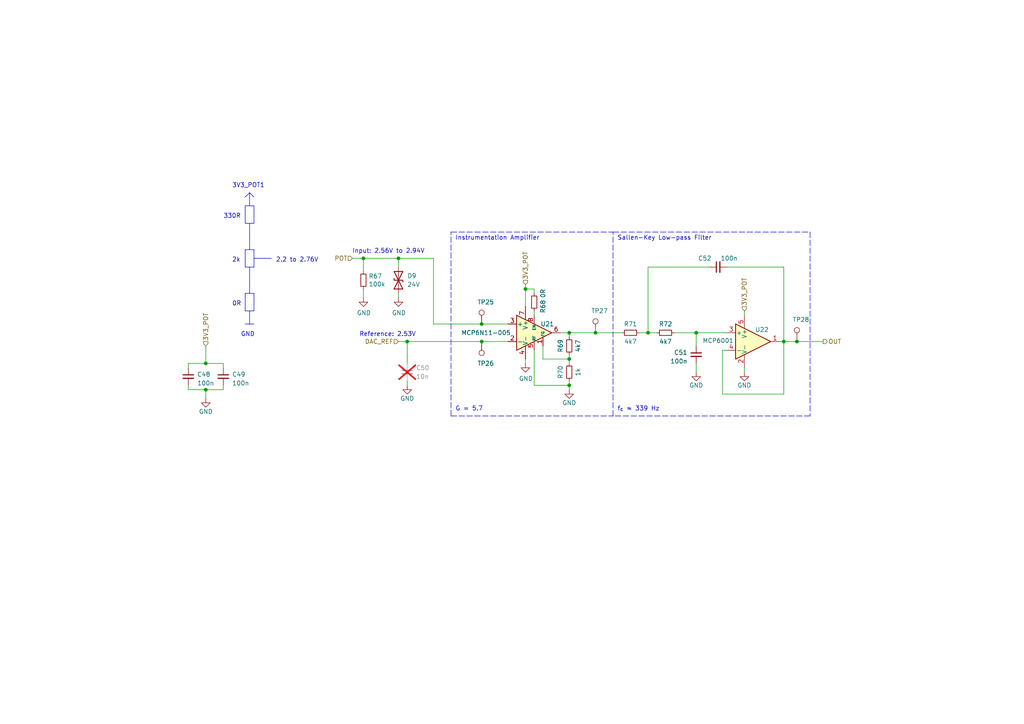
<source format=kicad_sch>
(kicad_sch (version 20230121) (generator eeschema)
  (paper "A4")
  (lib_symbols
    (symbol "Amplifier_Operational:MCP6001-OT" (pin_names (offset 0.127))
      (property "Reference" "U" (at -1.27 6.35 0))
      (property "Value" "MCP6001-OT" (at -1.27 3.81 0))
      (symbol "MCP6001-OT_0_1"
        (polyline (pts (xy -5.08 5.08) (xy 5.08 0) (xy -5.08 -5.08) (xy -5.08 5.08)) (stroke (width 0.254)) (fill (type background)))
        (pin power_in line (at -2.54 -7.62 90) (length 3.81) (name "V-") (number "2"))
        (pin power_in line (at -2.54 7.62 270) (length 3.81) (name "V+") (number "5"))
      )
      (symbol "MCP6001-OT_1_1"
        (pin output line (at 7.62 0 180) (length 2.54) (name "~") (number "1"))
        (pin input line (at -7.62 2.54 0) (length 2.54) (name "+") (number "3"))
        (pin input line (at -7.62 -2.54 0) (length 2.54) (name "-") (number "4"))
      )
    )
    (symbol "Connector:TestPoint" (pin_numbers hide) (pin_names (offset 0.762) hide)
      (property "Reference" "TP" (at 0 6.858 0))
      (property "Value" "TestPoint" (at 0 5.08 0))
      (symbol "TestPoint_0_1"
        (circle (center 0 3.302) (radius 0.762))
      )
      (symbol "TestPoint_1_1"
        (pin passive line (at 0 0 90) (length 2.54) (name "1") (number "1"))
      )
    )
    (symbol "Device:C_Small" (pin_numbers hide) (pin_names (offset 0.254) hide)
      (property "Reference" "C" (at 0.254 1.778 0))
      (property "Value" "C_Small" (at 0.254 -2.032 0))
      (symbol "C_Small_0_1"
        (polyline (pts (xy -1.524 -0.508) (xy 1.524 -0.508)) (stroke (width 0.3302)))
        (polyline (pts (xy -1.524 0.508) (xy 1.524 0.508)) (stroke (width 0.3048)))
      )
      (symbol "C_Small_1_1"
        (pin passive line (at 0 2.54 270) (length 2.032) (name "~") (number "1"))
        (pin passive line (at 0 -2.54 90) (length 2.032) (name "~") (number "2"))
      )
    )
    (symbol "Device:D_TVS" (pin_numbers hide) (pin_names (offset 1.016) hide)
      (property "Reference" "D" (at 0 2.54 0))
      (property "Value" "D_TVS" (at 0 -2.54 0))
      (symbol "D_TVS_0_1"
        (polyline (pts (xy 1.27 0) (xy -1.27 0)))
        (polyline (pts (xy 0.508 1.27) (xy 0 1.27) (xy 0 -1.27) (xy -0.508 -1.27)) (stroke (width 0.254)))
        (polyline (pts (xy -2.54 1.27) (xy -2.54 -1.27) (xy 2.54 1.27) (xy 2.54 -1.27) (xy -2.54 1.27)) (stroke (width 0.254)))
      )
      (symbol "D_TVS_1_1"
        (pin passive line (at -3.81 0 0) (length 2.54) (name "A1") (number "1"))
        (pin passive line (at 3.81 0 180) (length 2.54) (name "A2") (number "2"))
      )
    )
    (symbol "Device:R_Small" (pin_numbers hide) (pin_names (offset 0.254) hide)
      (property "Reference" "R" (at 0.762 0.508 0))
      (property "Value" "R_Small" (at 0.762 -1.016 0))
      (symbol "R_Small_0_1"
        (rectangle (start -0.762 1.778) (end 0.762 -1.778) (stroke (width 0.2032)))
      )
      (symbol "R_Small_1_1"
        (pin passive line (at 0 2.54 270) (length 0.762) (name "~") (number "1"))
        (pin passive line (at 0 -2.54 90) (length 0.762) (name "~") (number "2"))
      )
    )
    (symbol "MCP6N11:MCP6N11" (pin_names (offset 0.127))
      (property "Reference" "U" (at 3.81 6.35 0))
      (property "Value" "MCP6N11-xE" (at 3.81 3.81 0))
      (symbol "MCP6N11_0_1"
        (polyline (pts (xy -5.08 5.08) (xy 5.08 0) (xy -5.08 -5.08) (xy -5.08 5.08)) (stroke (width 0.254)) (fill (type background)))
      )
      (symbol "MCP6N11_1_1"
        (pin passive line (at 2.54 -3.81 90) (length 2.54) (name "FG") (number "1"))
        (pin input line (at -7.62 -2.54 0) (length 2.54) (name "-") (number "2"))
        (pin input line (at -7.62 2.54 0) (length 2.54) (name "+") (number "3"))
        (pin power_in line (at -2.54 -7.62 90) (length 3.81) (name "V-") (number "4"))
        (pin passive line (at 0 -5.08 90) (length 2.54) (name "RF") (number "5"))
        (pin output line (at 7.62 0 180) (length 2.54) (name "~") (number "6"))
        (pin power_in line (at -2.54 7.62 270) (length 3.81) (name "V+") (number "7"))
        (pin input line (at 0 5.08 270) (length 2.54) (name "EN") (number "8"))
        (pin passive line (at -2.54 -7.62 90) (length 3.81) hide (name "EP") (number "9"))
      )
    )
    (symbol "power:GND" (power) (pin_names (offset 0))
      (property "Value" "GND" (at 0 -3.81 0))
      (symbol "GND_0_1"
        (polyline (pts (xy 0 0) (xy 0 -1.27) (xy 1.27 -1.27) (xy 0 -2.54) (xy -1.27 -1.27) (xy 0 -1.27)))
      )
      (symbol "GND_1_1"
        (pin power_in line (at 0 0 270) (length 0) hide (name "GND") (number "1"))
      )
    )
  )
  (junction (at 152.4 83.82))
  (junction (at 165.1 104.14))
  (junction (at 165.1 96.52))
  (junction (at 115.57 74.93))
  (junction (at 201.93 96.52))
  (junction (at 105.41 74.93))
  (junction (at 59.69 105.41))
  (junction (at 187.96 96.52))
  (junction (at 231.14 99.06))
  (junction (at 118.11 99.06))
  (junction (at 139.7 93.98))
  (junction (at 227.33 99.06))
  (junction (at 172.72 96.52))
  (junction (at 139.7 99.06))
  (junction (at 59.69 113.03))
  (junction (at 165.1 111.76))
  (polyline (pts (xy 71.12 59.69) (xy 71.12 60.96)))
  (polyline (pts (xy 130.81 120.65) (xy 177.8 120.65)) (stroke (width 0) (type dash)))
  (polyline (pts (xy 234.95 120.65) (xy 177.8 120.65)) (stroke (width 0) (type dash)))
  (wire (pts (xy 227.33 114.3) (xy 227.33 99.06)))
  (polyline (pts (xy 71.12 73.66) (xy 71.12 77.47)))
  (wire (pts (xy 201.93 96.52) (xy 201.93 100.33)))
  (wire (pts (xy 54.61 111.76) (xy 54.61 113.03)))
  (polyline (pts (xy 73.66 59.69) (xy 71.12 59.69)))
  (wire (pts (xy 215.9 90.17) (xy 215.9 91.44)))
  (wire (pts (xy 152.4 105.41) (xy 152.4 104.14)))
  (wire (pts (xy 152.4 83.82) (xy 154.94 83.82)))
  (polyline (pts (xy 72.39 77.47) (xy 72.39 81.28)))
  (wire (pts (xy 157.48 100.33) (xy 157.48 104.14)))
  (polyline (pts (xy 72.39 55.88) (xy 73.66 57.15)))
  (wire (pts (xy 227.33 77.47) (xy 227.33 99.06)))
  (wire (pts (xy 64.77 113.03) (xy 59.69 113.03)))
  (wire (pts (xy 102.235 74.93) (xy 105.41 74.93)))
  (wire (pts (xy 209.55 114.3) (xy 227.33 114.3)))
  (wire (pts (xy 105.41 78.74) (xy 105.41 74.93)))
  (polyline (pts (xy 73.66 64.77) (xy 73.66 59.69)))
  (wire (pts (xy 154.94 101.6) (xy 154.94 111.76)))
  (wire (pts (xy 59.69 105.41) (xy 59.69 100.33)))
  (wire (pts (xy 187.96 77.47) (xy 205.74 77.47)))
  (wire (pts (xy 165.1 96.52) (xy 172.72 96.52)))
  (wire (pts (xy 64.77 111.76) (xy 64.77 113.03)))
  (polyline (pts (xy 177.8 120.65) (xy 177.8 67.31)) (stroke (width 0) (type dash)))
  (polyline (pts (xy 72.39 55.88) (xy 72.39 59.69)))
  (polyline (pts (xy 72.39 68.58) (xy 72.39 72.39)))
  (wire (pts (xy 105.41 86.36) (xy 105.41 83.82)))
  (wire (pts (xy 54.61 113.03) (xy 59.69 113.03)))
  (polyline (pts (xy 73.66 90.17) (xy 73.66 85.09)))
  (wire (pts (xy 227.33 99.06) (xy 231.14 99.06)))
  (wire (pts (xy 152.4 83.82) (xy 152.4 88.9)))
  (wire (pts (xy 165.1 102.87) (xy 165.1 104.14)))
  (wire (pts (xy 210.82 77.47) (xy 227.33 77.47)))
  (wire (pts (xy 165.1 96.52) (xy 165.1 97.79)))
  (wire (pts (xy 54.61 105.41) (xy 59.69 105.41)))
  (wire (pts (xy 154.94 111.76) (xy 165.1 111.76)))
  (wire (pts (xy 152.4 82.55) (xy 152.4 83.82)))
  (wire (pts (xy 105.41 74.93) (xy 115.57 74.93)))
  (polyline (pts (xy 71.12 77.47) (xy 73.66 77.47)))
  (wire (pts (xy 209.55 101.6) (xy 209.55 114.3)))
  (wire (pts (xy 187.96 96.52) (xy 190.5 96.52)))
  (wire (pts (xy 162.56 96.52) (xy 165.1 96.52)))
  (wire (pts (xy 187.96 77.47) (xy 187.96 96.52)))
  (wire (pts (xy 115.57 74.93) (xy 125.73 74.93)))
  (wire (pts (xy 201.93 96.52) (xy 210.82 96.52)))
  (wire (pts (xy 59.69 115.57) (xy 59.69 113.03)))
  (wire (pts (xy 54.61 105.41) (xy 54.61 106.68)))
  (wire (pts (xy 125.73 74.93) (xy 125.73 93.98)))
  (wire (pts (xy 172.72 96.52) (xy 180.34 96.52)))
  (wire (pts (xy 139.7 93.98) (xy 147.32 93.98)))
  (polyline (pts (xy 73.66 74.93) (xy 78.74 74.93)))
  (wire (pts (xy 118.11 99.06) (xy 139.7 99.06)))
  (wire (pts (xy 165.1 111.76) (xy 165.1 113.03)))
  (wire (pts (xy 165.1 110.49) (xy 165.1 111.76)))
  (polyline (pts (xy 71.12 85.09) (xy 71.12 86.36)))
  (polyline (pts (xy 71.12 90.17) (xy 73.66 90.17)))
  (polyline (pts (xy 71.12 57.15) (xy 72.39 55.88)))
  (wire (pts (xy 185.42 96.52) (xy 187.96 96.52)))
  (wire (pts (xy 210.82 101.6) (xy 209.55 101.6)))
  (wire (pts (xy 215.9 107.95) (xy 215.9 106.68)))
  (wire (pts (xy 118.11 99.06) (xy 118.11 105.41)))
  (wire (pts (xy 118.11 99.06) (xy 115.57 99.06)))
  (wire (pts (xy 125.73 93.98) (xy 139.7 93.98)))
  (wire (pts (xy 195.58 96.52) (xy 201.93 96.52)))
  (wire (pts (xy 154.94 90.17) (xy 154.94 91.44)))
  (wire (pts (xy 115.57 86.36) (xy 115.57 85.09)))
  (wire (pts (xy 115.57 77.47) (xy 115.57 74.93)))
  (polyline (pts (xy 73.66 72.39) (xy 71.12 72.39)))
  (wire (pts (xy 64.77 106.68) (xy 64.77 105.41)))
  (wire (pts (xy 165.1 104.14) (xy 165.1 105.41)))
  (polyline (pts (xy 72.39 64.77) (xy 72.39 68.58)))
  (polyline (pts (xy 71.12 60.96) (xy 71.12 64.77)))
  (polyline (pts (xy 234.95 67.31) (xy 234.95 120.65)) (stroke (width 0) (type dash)))
  (wire (pts (xy 139.7 99.06) (xy 147.32 99.06)))
  (polyline (pts (xy 71.12 86.36) (xy 71.12 90.17)))
  (polyline (pts (xy 71.12 64.77) (xy 73.66 64.77)))
  (wire (pts (xy 201.93 105.41) (xy 201.93 107.95)))
  (polyline (pts (xy 71.12 72.39) (xy 71.12 73.66)))
  (polyline (pts (xy 130.81 67.31) (xy 177.8 67.31)) (stroke (width 0) (type dash)))
  (wire (pts (xy 154.94 83.82) (xy 154.94 85.09)))
  (polyline (pts (xy 72.39 90.17) (xy 72.39 93.98)))
  (wire (pts (xy 231.14 99.06) (xy 238.76 99.06)))
  (polyline (pts (xy 71.12 93.98) (xy 73.66 93.98)))
  (polyline (pts (xy 72.39 81.28) (xy 72.39 85.09)))
  (polyline (pts (xy 177.8 67.31) (xy 234.95 67.31)) (stroke (width 0) (type dash)))
  (polyline (pts (xy 73.66 77.47) (xy 73.66 72.39)))
  (polyline (pts (xy 73.66 85.09) (xy 71.12 85.09)))
  (wire (pts (xy 227.33 99.06) (xy 226.06 99.06)))
  (wire (pts (xy 118.11 110.49) (xy 118.11 111.76)))
  (wire (pts (xy 157.48 104.14) (xy 165.1 104.14)))
  (polyline (pts (xy 130.81 120.65) (xy 130.81 67.31)) (stroke (width 0) (type dash)))
  (wire (pts (xy 64.77 105.41) (xy 59.69 105.41)))
  (text "330R" (at 64.77 63.5 0) (effects (font (size 1.27 1.27)) (justify left bottom)))
  (text "Instrumentation Amplifier" (at 132.08 69.85 0) (effects (font (size 1.27 1.27)) (justify left bottom)))
  (text "Input: 2.56V to 2.94V" (at 123.19 73.66 0) (effects (font (size 1.27 1.27)) (justify right bottom)))
  (text "0R" (at 67.31 88.9 0) (effects (font (size 1.27 1.27)) (justify left bottom)))
  (text "2k" (at 67.31 76.2 0) (effects (font (size 1.27 1.27)) (justify left bottom)))
  (text "Sallen-Key Low-pass Filter" (at 179.07 69.85 0) (effects (font (size 1.27 1.27)) (justify left bottom)))
  (text "2.2 to 2.76V" (at 80.01 76.2 0) (effects (font (size 1.27 1.27)) (justify left bottom)))
  (text "Reference: 2.53V" (at 120.65 97.79 0) (effects (font (size 1.27 1.27)) (justify right bottom)))
  (text "f_{c} ≈ 339 Hz" (at 179.07 119.38 0) (effects (font (size 1.27 1.27)) (justify left bottom)))
  (text "G = 5.7" (at 132.08 119.38 0) (effects (font (size 1.27 1.27)) (justify left bottom)))
  (text "3V3_POT1" (at 67.31 54.61 0) (effects (font (size 1.27 1.27)) (justify left bottom)))
  (text "GND" (at 69.85 97.79 0) (effects (font (size 1.27 1.27)) (justify left bottom)))
  (hierarchical_label "3V3_POT" (shape input) (at 215.9 90.17 90))
  (hierarchical_label "3V3_POT" (shape input) (at 152.4 82.55 90))
  (hierarchical_label "OUT" (shape output) (at 238.76 99.06 0))
  (hierarchical_label "3V3_POT" (shape input) (at 59.69 100.33 90))
  (hierarchical_label "POT" (shape input) (at 102.235 74.93 180))
  (hierarchical_label "DAC_REF" (shape input) (at 115.57 99.06 180))
  (symbol (lib_id "MCP6N11:MCP6N11") (at 154.94 96.52 0) (unit 1)
    (property "Reference" "U21" (at 158.75 93.98 0))
    (property "Value" "MCP6N11-005\n" (at 140.97 96.52 0))
    (property "Footprint" "Package_DFN_QFN:TDFN-8-1EP_3x2mm_P0.5mm_EP1.3x1.4mm" (effects hide))
    (property "Datasheet" "https://ww1.microchip.com/downloads/en/DeviceDoc/25073A.pdf" (effects hide))
    (instances (project "PUTM_EV_Frontbox_2023" (path "" (reference "U21") (unit 1)) (path "" (reference "U19") (unit 1))) (project "apps" (path "" (reference "U?") (unit 1))))
  )
  (symbol (lib_id "Device:R_Small") (at 182.88 96.52 90) (unit 1)
    (property "Reference" "R71" (at 182.88 93.98 90))
    (property "Value" "4k7" (at 182.88 99.06 90))
    (property "Footprint" "Resistor_SMD:R_0603_1608Metric_Pad0.98x0.95mm_HandSolder" (effects hide))
    (instances (project "PUTM_EV_Frontbox_2023" (path "" (reference "R71") (unit 1)) (path "" (reference "R65") (unit 1))) (project "apps" (path "" (reference "R?") (unit 1))))
  )
  (symbol (lib_id "Device:C_Small") (at 201.93 102.87 0) (mirror y) (unit 1)
    (property "Reference" "C51" (at 199.39 102.2413 0) (effects (justify left)))
    (property "Value" "100n" (at 199.39 104.7813 0) (effects (justify left)))
    (property "Footprint" "Capacitor_SMD:C_0603_1608Metric_Pad1.08x0.95mm_HandSolder" (effects hide))
    (instances (project "PUTM_EV_Frontbox_2023" (path "" (reference "C51") (unit 1)) (path "" (reference "C46") (unit 1))) (project "apps" (path "" (reference "C?") (unit 1))))
  )
  (symbol (lib_id "Device:C_Small") (at 54.61 109.22 0) (unit 1)
    (property "Reference" "C48" (at 57.15 108.5913 0) (effects (justify left)))
    (property "Value" "100n" (at 57.15 111.1313 0) (effects (justify left)))
    (property "Footprint" "Capacitor_SMD:C_0603_1608Metric_Pad1.08x0.95mm_HandSolder" (effects hide))
    (instances (project "PUTM_EV_Frontbox_2023" (path "" (reference "C48") (unit 1)) (path "" (reference "C43") (unit 1))) (project "apps" (path "" (reference "C?") (unit 1))))
  )
  (symbol (lib_id "Device:R_Small") (at 193.04 96.52 90) (unit 1)
    (property "Reference" "R72" (at 193.04 93.98 90))
    (property "Value" "4k7" (at 193.04 99.06 90))
    (property "Footprint" "Resistor_SMD:R_0603_1608Metric_Pad0.98x0.95mm_HandSolder" (effects hide))
    (instances (project "PUTM_EV_Frontbox_2023" (path "" (reference "R72") (unit 1)) (path "" (reference "R66") (unit 1))) (project "apps" (path "" (reference "R?") (unit 1))))
  )
  (symbol (lib_id "Connector:TestPoint") (at 172.72 96.52 0) (unit 1)
    (property "Reference" "TP27" (at 171.45 90.17 0) (effects (justify left)))
    (property "Value" "APPS_MID" (effects hide))
    (property "Footprint" "TestPoint:TestPoint_Pad_D1.0mm" (effects hide))
    (instances (project "PUTM_EV_Frontbox_2023" (path "" (reference "TP27") (unit 1)) (path "" (reference "TP23") (unit 1))) (project "apps" (path "" (reference "TP?") (unit 1))))
  )
  (symbol (lib_id "Device:C_Small") (at 64.77 109.22 0) (unit 1)
    (property "Reference" "C49" (at 67.31 108.5913 0) (effects (justify left)))
    (property "Value" "100n" (at 67.31 111.1313 0) (effects (justify left)))
    (property "Footprint" "Capacitor_SMD:C_0603_1608Metric_Pad1.08x0.95mm_HandSolder" (effects hide))
    (instances (project "PUTM_EV_Frontbox_2023" (path "" (reference "C49") (unit 1)) (path "" (reference "C44") (unit 1))) (project "apps" (path "" (reference "C?") (unit 1))))
  )
  (symbol (lib_id "Device:C_Small") (at 208.28 77.47 90) (unit 1)
    (property "Reference" "C52" (at 206.3813 74.93 90) (effects (justify left)))
    (property "Value" "100n" (at 214.0013 74.93 90) (effects (justify left)))
    (property "Footprint" "Capacitor_SMD:C_0603_1608Metric_Pad1.08x0.95mm_HandSolder" (effects hide))
    (instances (project "PUTM_EV_Frontbox_2023" (path "" (reference "C52") (unit 1)) (path "" (reference "C47") (unit 1))) (project "apps" (path "" (reference "C?") (unit 1))))
  )
  (symbol (lib_id "Device:R_Small") (at 165.1 100.33 180) (unit 1)
    (property "Reference" "R69" (at 162.56 100.33 90))
    (property "Value" "4k7" (at 167.64 100.33 90))
    (property "Footprint" "Resistor_SMD:R_0603_1608Metric_Pad0.98x0.95mm_HandSolder" (effects hide))
    (instances (project "PUTM_EV_Frontbox_2023" (path "" (reference "R69") (unit 1)) (path "" (reference "R63") (unit 1))) (project "apps" (path "" (reference "R?") (unit 1))))
  )
  (symbol (lib_id "Amplifier_Operational:MCP6001-OT") (at 218.44 99.06 0) (unit 1)
    (property "Reference" "U22" (at 220.98 95.6311 0))
    (property "Value" "MCP6001" (at 208.28 98.79 0))
    (property "Footprint" "Package_TO_SOT_SMD:SOT-23-5" (effects hide))
    (property "Datasheet" "https://ww1.microchip.com/downloads/en/DeviceDoc/MCP6001-1R-1U-2-4-1-MHz-Low-Power-Op-Amp-DS20001733L.pdf" (effects hide))
    (instances (project "PUTM_EV_Frontbox_2023" (path "" (reference "U22") (unit 1)) (path "" (reference "U20") (unit 1))) (project "apps" (path "" (reference "U?") (unit 1))))
  )
  (symbol (lib_id "Device:R_Small") (at 165.1 107.95 180) (unit 1)
    (property "Reference" "R70" (at 162.56 107.95 90))
    (property "Value" "1k" (at 167.64 107.95 90))
    (property "Footprint" "Resistor_SMD:R_0603_1608Metric_Pad0.98x0.95mm_HandSolder" (effects hide))
    (instances (project "PUTM_EV_Frontbox_2023" (path "" (reference "R70") (unit 1)) (path "" (reference "R64") (unit 1))) (project "apps" (path "" (reference "R?") (unit 1))))
  )
  (symbol (lib_id "power:GND") (at 201.93 107.95 0) (unit 1)
    (property "Reference" "#PWR0151" (effects hide))
    (property "Value" "GND" (at 201.93 111.76 0))
    (instances (project "PUTM_EV_Frontbox_2023" (path "" (reference "#PWR0151") (unit 1)) (path "" (reference "#PWR0143") (unit 1))) (project "apps" (path "" (reference "#PWR?") (unit 1))))
  )
  (symbol (lib_id "Device:C_Small") (at 118.11 107.95 0) (unit 1) (dnp yes)
    (property "Reference" "C50" (at 120.65 106.68 0) (effects (justify left)))
    (property "Value" "10n" (at 120.65 109.22 0) (effects (justify left)))
    (property "Footprint" "Capacitor_SMD:C_0603_1608Metric_Pad1.08x0.95mm_HandSolder" (effects hide))
    (instances (project "PUTM_EV_Frontbox_2023" (path "" (reference "C50") (unit 1)) (path "" (reference "C45") (unit 1))) (project "apps" (path "" (reference "C?") (unit 1))))
  )
  (symbol (lib_id "power:GND") (at 59.69 115.57 0) (unit 1)
    (property "Reference" "#PWR0145" (effects hide))
    (property "Value" "GND" (at 59.69 119.38 0))
    (instances (project "PUTM_EV_Frontbox_2023" (path "" (reference "#PWR0145") (unit 1)) (path "" (reference "#PWR0137") (unit 1))) (project "apps" (path "" (reference "#PWR?") (unit 1))))
  )
  (symbol (lib_id "Device:R_Small") (at 154.94 87.63 180) (unit 1)
    (property "Reference" "R68" (at 157.48 88.9 90))
    (property "Value" "0R" (at 157.48 85.09 90))
    (property "Footprint" "Resistor_SMD:R_0603_1608Metric_Pad0.98x0.95mm_HandSolder" (effects hide))
    (instances (project "PUTM_EV_Frontbox_2023" (path "" (reference "R68") (unit 1)) (path "" (reference "R62") (unit 1))) (project "apps" (path "" (reference "R?") (unit 1))))
  )
  (symbol (lib_id "power:GND") (at 105.41 86.36 0) (unit 1)
    (property "Reference" "#PWR0146" (effects hide))
    (property "Value" "GND" (at 105.537 90.7542 0))
    (instances (project "PUTM_EV_Frontbox_2023" (path "" (reference "#PWR0146") (unit 1)) (path "" (reference "#PWR0138") (unit 1))) (project "apps" (path "" (reference "#PWR?") (unit 1))))
  )
  (symbol (lib_id "power:GND") (at 215.9 107.95 0) (unit 1)
    (property "Reference" "#PWR0152" (effects hide))
    (property "Value" "GND" (at 215.9 111.76 0))
    (instances (project "PUTM_EV_Frontbox_2023" (path "" (reference "#PWR0152") (unit 1)) (path "" (reference "#PWR0144") (unit 1))) (project "apps" (path "" (reference "#PWR?") (unit 1))))
  )
  (symbol (lib_id "power:GND") (at 118.11 111.76 0) (unit 1)
    (property "Reference" "#PWR0148" (effects hide))
    (property "Value" "GND" (at 118.11 115.57 0))
    (instances (project "PUTM_EV_Frontbox_2023" (path "" (reference "#PWR0148") (unit 1)) (path "" (reference "#PWR0140") (unit 1))) (project "apps" (path "" (reference "#PWR?") (unit 1))))
  )
  (symbol (lib_id "power:GND") (at 152.4 105.41 0) (unit 1)
    (property "Reference" "#PWR0149" (effects hide))
    (property "Value" "GND" (at 152.527 109.8042 0))
    (instances (project "PUTM_EV_Frontbox_2023" (path "" (reference "#PWR0149") (unit 1)) (path "" (reference "#PWR0141") (unit 1))) (project "apps" (path "" (reference "#PWR?") (unit 1))))
  )
  (symbol (lib_id "Device:D_TVS") (at 115.57 81.28 90) (unit 1)
    (property "Reference" "D9" (at 118.11 80.01 90) (effects (justify right)))
    (property "Value" "24V" (at 118.11 82.55 90) (effects (justify right)))
    (property "Footprint" "Diode_SMD:D_0603_1608Metric_Pad1.05x0.95mm_HandSolder" (effects hide))
    (instances (project "PUTM_EV_Frontbox_2023" (path "" (reference "D9") (unit 1)) (path "" (reference "D8") (unit 1))) (project "apps" (path "" (reference "D?") (unit 1))))
  )
  (symbol (lib_id "Connector:TestPoint") (at 231.14 99.06 0) (unit 1)
    (property "Reference" "TP28" (at 229.87 92.71 0) (effects (justify left)))
    (property "Value" "APPS_OUT" (effects hide))
    (property "Footprint" "TestPoint:TestPoint_Pad_D1.0mm" (effects hide))
    (instances (project "PUTM_EV_Frontbox_2023" (path "" (reference "TP28") (unit 1)) (path "" (reference "TP24") (unit 1))) (project "apps" (path "" (reference "TP?") (unit 1))))
  )
  (symbol (lib_id "Device:R_Small") (at 105.41 81.28 0) (unit 1)
    (property "Reference" "R67" (at 106.9086 80.1116 0) (effects (justify left)))
    (property "Value" "100k" (at 106.9086 82.423 0) (effects (justify left)))
    (property "Footprint" "Resistor_SMD:R_0603_1608Metric_Pad0.98x0.95mm_HandSolder" (effects hide))
    (instances (project "PUTM_EV_Frontbox_2023" (path "" (reference "R67") (unit 1)) (path "" (reference "R61") (unit 1))) (project "apps" (path "" (reference "R?") (unit 1))))
  )
  (symbol (lib_id "Connector:TestPoint") (at 139.7 99.06 180) (unit 1)
    (property "Reference" "TP26" (at 138.43 105.41 0) (effects (justify right)))
    (property "Value" "APPS_N" (effects hide))
    (property "Footprint" "TestPoint:TestPoint_Pad_D1.0mm" (effects hide))
    (instances (project "PUTM_EV_Frontbox_2023" (path "" (reference "TP26") (unit 1)) (path "" (reference "TP22") (unit 1))) (project "apps" (path "" (reference "TP?") (unit 1))))
  )
  (symbol (lib_id "power:GND") (at 115.57 86.36 0) (unit 1)
    (property "Reference" "#PWR0147" (effects hide))
    (property "Value" "GND" (at 115.697 90.7542 0))
    (instances (project "PUTM_EV_Frontbox_2023" (path "" (reference "#PWR0147") (unit 1)) (path "" (reference "#PWR0139") (unit 1))) (project "apps" (path "" (reference "#PWR?") (unit 1))))
  )
  (symbol (lib_id "power:GND") (at 165.1 113.03 0) (unit 1)
    (property "Reference" "#PWR0150" (effects hide))
    (property "Value" "GND" (at 165.1 116.84 0))
    (instances (project "PUTM_EV_Frontbox_2023" (path "" (reference "#PWR0150") (unit 1)) (path "" (reference "#PWR0142") (unit 1))) (project "apps" (path "" (reference "#PWR?") (unit 1))))
  )
  (symbol (lib_id "Connector:TestPoint") (at 139.7 93.98 0) (unit 1)
    (property "Reference" "TP25" (at 138.43 87.63 0) (effects (justify left)))
    (property "Value" "APPS_P" (effects hide))
    (property "Footprint" "TestPoint:TestPoint_Pad_D1.0mm" (effects hide))
    (instances (project "PUTM_EV_Frontbox_2023" (path "" (reference "TP25") (unit 1)) (path "" (reference "TP21") (unit 1))) (project "apps" (path "" (reference "TP?") (unit 1))))
  )
)
</source>
